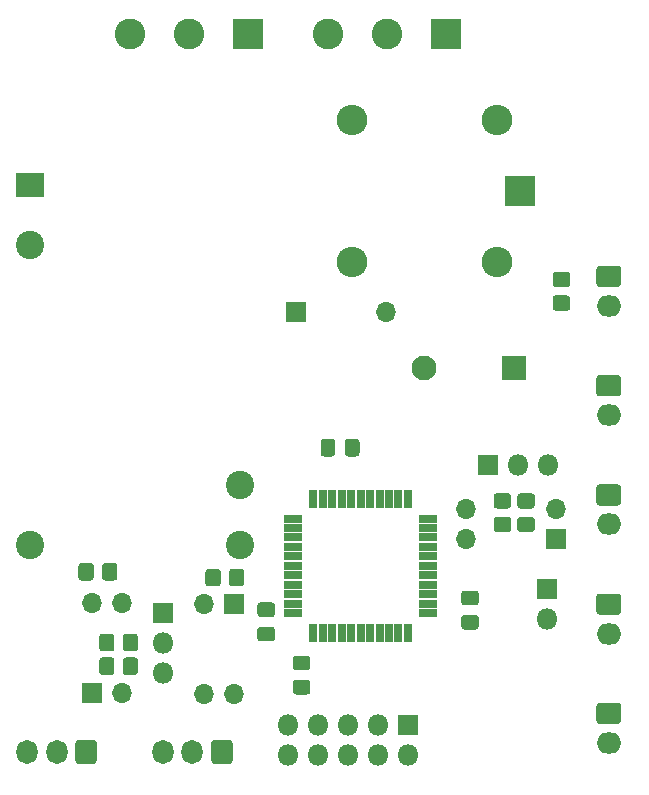
<source format=gbs>
G04 #@! TF.GenerationSoftware,KiCad,Pcbnew,(5.1.6)-1*
G04 #@! TF.CreationDate,2021-05-04T19:23:38+03:00*
G04 #@! TF.ProjectId,APC,4150432e-6b69-4636-9164-5f7063625858,rev?*
G04 #@! TF.SameCoordinates,Original*
G04 #@! TF.FileFunction,Soldermask,Bot*
G04 #@! TF.FilePolarity,Negative*
%FSLAX46Y46*%
G04 Gerber Fmt 4.6, Leading zero omitted, Abs format (unit mm)*
G04 Created by KiCad (PCBNEW (5.1.6)-1) date 2021-05-04 19:23:38*
%MOMM*%
%LPD*%
G01*
G04 APERTURE LIST*
%ADD10O,1.700000X1.700000*%
%ADD11R,1.700000X1.700000*%
%ADD12O,1.800000X1.800000*%
%ADD13R,1.800000X1.800000*%
%ADD14O,2.100000X1.800000*%
%ADD15C,2.400000*%
%ADD16R,2.400000X2.100000*%
%ADD17R,1.600000X0.650000*%
%ADD18R,0.650000X1.600000*%
%ADD19O,2.600000X2.600000*%
%ADD20R,2.600000X2.600000*%
%ADD21C,2.600000*%
%ADD22O,1.800000X2.050000*%
%ADD23C,2.100000*%
%ADD24R,2.100000X2.100000*%
G04 APERTURE END LIST*
D10*
X109500000Y-92870000D03*
X106960000Y-85250000D03*
X106960000Y-92870000D03*
D11*
X109500000Y-85250000D03*
D12*
X114090000Y-98040000D03*
X114090000Y-95500000D03*
X116630000Y-98040000D03*
X116630000Y-95500000D03*
X119170000Y-98040000D03*
X119170000Y-95500000D03*
X121710000Y-98040000D03*
X121710000Y-95500000D03*
X124250000Y-98040000D03*
D13*
X124250000Y-95500000D03*
G36*
G01*
X115728262Y-90850000D02*
X114771738Y-90850000D01*
G75*
G02*
X114500000Y-90578262I0J271738D01*
G01*
X114500000Y-89871738D01*
G75*
G02*
X114771738Y-89600000I271738J0D01*
G01*
X115728262Y-89600000D01*
G75*
G02*
X116000000Y-89871738I0J-271738D01*
G01*
X116000000Y-90578262D01*
G75*
G02*
X115728262Y-90850000I-271738J0D01*
G01*
G37*
G36*
G01*
X115728262Y-92900000D02*
X114771738Y-92900000D01*
G75*
G02*
X114500000Y-92628262I0J271738D01*
G01*
X114500000Y-91921738D01*
G75*
G02*
X114771738Y-91650000I271738J0D01*
G01*
X115728262Y-91650000D01*
G75*
G02*
X116000000Y-91921738I0J-271738D01*
G01*
X116000000Y-92628262D01*
G75*
G02*
X115728262Y-92900000I-271738J0D01*
G01*
G37*
G36*
G01*
X112728262Y-86350000D02*
X111771738Y-86350000D01*
G75*
G02*
X111500000Y-86078262I0J271738D01*
G01*
X111500000Y-85371738D01*
G75*
G02*
X111771738Y-85100000I271738J0D01*
G01*
X112728262Y-85100000D01*
G75*
G02*
X113000000Y-85371738I0J-271738D01*
G01*
X113000000Y-86078262D01*
G75*
G02*
X112728262Y-86350000I-271738J0D01*
G01*
G37*
G36*
G01*
X112728262Y-88400000D02*
X111771738Y-88400000D01*
G75*
G02*
X111500000Y-88128262I0J271738D01*
G01*
X111500000Y-87421738D01*
G75*
G02*
X111771738Y-87150000I271738J0D01*
G01*
X112728262Y-87150000D01*
G75*
G02*
X113000000Y-87421738I0J-271738D01*
G01*
X113000000Y-88128262D01*
G75*
G02*
X112728262Y-88400000I-271738J0D01*
G01*
G37*
G36*
G01*
X129978262Y-85350000D02*
X129021738Y-85350000D01*
G75*
G02*
X128750000Y-85078262I0J271738D01*
G01*
X128750000Y-84371738D01*
G75*
G02*
X129021738Y-84100000I271738J0D01*
G01*
X129978262Y-84100000D01*
G75*
G02*
X130250000Y-84371738I0J-271738D01*
G01*
X130250000Y-85078262D01*
G75*
G02*
X129978262Y-85350000I-271738J0D01*
G01*
G37*
G36*
G01*
X129978262Y-87400000D02*
X129021738Y-87400000D01*
G75*
G02*
X128750000Y-87128262I0J271738D01*
G01*
X128750000Y-86421738D01*
G75*
G02*
X129021738Y-86150000I271738J0D01*
G01*
X129978262Y-86150000D01*
G75*
G02*
X130250000Y-86421738I0J-271738D01*
G01*
X130250000Y-87128262D01*
G75*
G02*
X129978262Y-87400000I-271738J0D01*
G01*
G37*
G36*
G01*
X118900000Y-72478262D02*
X118900000Y-71521738D01*
G75*
G02*
X119171738Y-71250000I271738J0D01*
G01*
X119878262Y-71250000D01*
G75*
G02*
X120150000Y-71521738I0J-271738D01*
G01*
X120150000Y-72478262D01*
G75*
G02*
X119878262Y-72750000I-271738J0D01*
G01*
X119171738Y-72750000D01*
G75*
G02*
X118900000Y-72478262I0J271738D01*
G01*
G37*
G36*
G01*
X116850000Y-72478262D02*
X116850000Y-71521738D01*
G75*
G02*
X117121738Y-71250000I271738J0D01*
G01*
X117828262Y-71250000D01*
G75*
G02*
X118100000Y-71521738I0J-271738D01*
G01*
X118100000Y-72478262D01*
G75*
G02*
X117828262Y-72750000I-271738J0D01*
G01*
X117121738Y-72750000D01*
G75*
G02*
X116850000Y-72478262I0J271738D01*
G01*
G37*
D10*
X122370000Y-60500000D03*
D11*
X114750000Y-60500000D03*
D12*
X136000000Y-86540000D03*
D13*
X136000000Y-84000000D03*
D14*
X141250000Y-78500000D03*
G36*
G01*
X140464706Y-75100000D02*
X142035294Y-75100000D01*
G75*
G02*
X142300000Y-75364706I0J-264706D01*
G01*
X142300000Y-76635294D01*
G75*
G02*
X142035294Y-76900000I-264706J0D01*
G01*
X140464706Y-76900000D01*
G75*
G02*
X140200000Y-76635294I0J264706D01*
G01*
X140200000Y-75364706D01*
G75*
G02*
X140464706Y-75100000I264706J0D01*
G01*
G37*
D15*
X110000000Y-75170000D03*
X110000000Y-80250000D03*
X92220000Y-54850000D03*
D16*
X92220000Y-49770000D03*
D15*
X92220000Y-80250000D03*
D10*
X129130000Y-79750000D03*
X136750000Y-77210000D03*
X129130000Y-77210000D03*
D11*
X136750000Y-79750000D03*
D10*
X97500000Y-85130000D03*
X100040000Y-92750000D03*
X100040000Y-85130000D03*
D11*
X97500000Y-92750000D03*
D17*
X114550000Y-78000000D03*
X114550000Y-78800000D03*
X114550000Y-79600000D03*
X114550000Y-80400000D03*
X114550000Y-81200000D03*
X114550000Y-82000000D03*
X114550000Y-82800000D03*
X114550000Y-83600000D03*
X114550000Y-84400000D03*
X114550000Y-85200000D03*
X114550000Y-86000000D03*
D18*
X116250000Y-87700000D03*
X117050000Y-87700000D03*
X117850000Y-87700000D03*
X118650000Y-87700000D03*
X119450000Y-87700000D03*
X120250000Y-87700000D03*
X121050000Y-87700000D03*
X121850000Y-87700000D03*
X122650000Y-87700000D03*
X123450000Y-87700000D03*
X124250000Y-87700000D03*
D17*
X125950000Y-86000000D03*
X125950000Y-85200000D03*
X125950000Y-84400000D03*
X125950000Y-83600000D03*
X125950000Y-82800000D03*
X125950000Y-82000000D03*
X125950000Y-81200000D03*
X125950000Y-80400000D03*
X125950000Y-79600000D03*
X125950000Y-78800000D03*
X125950000Y-78000000D03*
D18*
X124250000Y-76300000D03*
X123450000Y-76300000D03*
X122650000Y-76300000D03*
X121850000Y-76300000D03*
X121050000Y-76300000D03*
X120250000Y-76300000D03*
X119450000Y-76300000D03*
X118650000Y-76300000D03*
X117850000Y-76300000D03*
X117050000Y-76300000D03*
X116250000Y-76300000D03*
G36*
G01*
X131770832Y-77850000D02*
X132729168Y-77850000D01*
G75*
G02*
X133000000Y-78120832I0J-270832D01*
G01*
X133000000Y-78879168D01*
G75*
G02*
X132729168Y-79150000I-270832J0D01*
G01*
X131770832Y-79150000D01*
G75*
G02*
X131500000Y-78879168I0J270832D01*
G01*
X131500000Y-78120832D01*
G75*
G02*
X131770832Y-77850000I270832J0D01*
G01*
G37*
G36*
G01*
X131770832Y-75850000D02*
X132729168Y-75850000D01*
G75*
G02*
X133000000Y-76120832I0J-270832D01*
G01*
X133000000Y-76879168D01*
G75*
G02*
X132729168Y-77150000I-270832J0D01*
G01*
X131770832Y-77150000D01*
G75*
G02*
X131500000Y-76879168I0J270832D01*
G01*
X131500000Y-76120832D01*
G75*
G02*
X131770832Y-75850000I270832J0D01*
G01*
G37*
G36*
G01*
X133770832Y-77850000D02*
X134729168Y-77850000D01*
G75*
G02*
X135000000Y-78120832I0J-270832D01*
G01*
X135000000Y-78879168D01*
G75*
G02*
X134729168Y-79150000I-270832J0D01*
G01*
X133770832Y-79150000D01*
G75*
G02*
X133500000Y-78879168I0J270832D01*
G01*
X133500000Y-78120832D01*
G75*
G02*
X133770832Y-77850000I270832J0D01*
G01*
G37*
G36*
G01*
X133770832Y-75850000D02*
X134729168Y-75850000D01*
G75*
G02*
X135000000Y-76120832I0J-270832D01*
G01*
X135000000Y-76879168D01*
G75*
G02*
X134729168Y-77150000I-270832J0D01*
G01*
X133770832Y-77150000D01*
G75*
G02*
X133500000Y-76879168I0J270832D01*
G01*
X133500000Y-76120832D01*
G75*
G02*
X133770832Y-75850000I270832J0D01*
G01*
G37*
G36*
G01*
X99400000Y-88020832D02*
X99400000Y-88979168D01*
G75*
G02*
X99129168Y-89250000I-270832J0D01*
G01*
X98370832Y-89250000D01*
G75*
G02*
X98100000Y-88979168I0J270832D01*
G01*
X98100000Y-88020832D01*
G75*
G02*
X98370832Y-87750000I270832J0D01*
G01*
X99129168Y-87750000D01*
G75*
G02*
X99400000Y-88020832I0J-270832D01*
G01*
G37*
G36*
G01*
X101400000Y-88020832D02*
X101400000Y-88979168D01*
G75*
G02*
X101129168Y-89250000I-270832J0D01*
G01*
X100370832Y-89250000D01*
G75*
G02*
X100100000Y-88979168I0J270832D01*
G01*
X100100000Y-88020832D01*
G75*
G02*
X100370832Y-87750000I270832J0D01*
G01*
X101129168Y-87750000D01*
G75*
G02*
X101400000Y-88020832I0J-270832D01*
G01*
G37*
G36*
G01*
X99400000Y-90020832D02*
X99400000Y-90979168D01*
G75*
G02*
X99129168Y-91250000I-270832J0D01*
G01*
X98370832Y-91250000D01*
G75*
G02*
X98100000Y-90979168I0J270832D01*
G01*
X98100000Y-90020832D01*
G75*
G02*
X98370832Y-89750000I270832J0D01*
G01*
X99129168Y-89750000D01*
G75*
G02*
X99400000Y-90020832I0J-270832D01*
G01*
G37*
G36*
G01*
X101400000Y-90020832D02*
X101400000Y-90979168D01*
G75*
G02*
X101129168Y-91250000I-270832J0D01*
G01*
X100370832Y-91250000D01*
G75*
G02*
X100100000Y-90979168I0J270832D01*
G01*
X100100000Y-90020832D01*
G75*
G02*
X100370832Y-89750000I270832J0D01*
G01*
X101129168Y-89750000D01*
G75*
G02*
X101400000Y-90020832I0J-270832D01*
G01*
G37*
G36*
G01*
X109100000Y-83479168D02*
X109100000Y-82520832D01*
G75*
G02*
X109370832Y-82250000I270832J0D01*
G01*
X110129168Y-82250000D01*
G75*
G02*
X110400000Y-82520832I0J-270832D01*
G01*
X110400000Y-83479168D01*
G75*
G02*
X110129168Y-83750000I-270832J0D01*
G01*
X109370832Y-83750000D01*
G75*
G02*
X109100000Y-83479168I0J270832D01*
G01*
G37*
G36*
G01*
X107100000Y-83479168D02*
X107100000Y-82520832D01*
G75*
G02*
X107370832Y-82250000I270832J0D01*
G01*
X108129168Y-82250000D01*
G75*
G02*
X108400000Y-82520832I0J-270832D01*
G01*
X108400000Y-83479168D01*
G75*
G02*
X108129168Y-83750000I-270832J0D01*
G01*
X107370832Y-83750000D01*
G75*
G02*
X107100000Y-83479168I0J270832D01*
G01*
G37*
G36*
G01*
X98350000Y-82979168D02*
X98350000Y-82020832D01*
G75*
G02*
X98620832Y-81750000I270832J0D01*
G01*
X99379168Y-81750000D01*
G75*
G02*
X99650000Y-82020832I0J-270832D01*
G01*
X99650000Y-82979168D01*
G75*
G02*
X99379168Y-83250000I-270832J0D01*
G01*
X98620832Y-83250000D01*
G75*
G02*
X98350000Y-82979168I0J270832D01*
G01*
G37*
G36*
G01*
X96350000Y-82979168D02*
X96350000Y-82020832D01*
G75*
G02*
X96620832Y-81750000I270832J0D01*
G01*
X97379168Y-81750000D01*
G75*
G02*
X97650000Y-82020832I0J-270832D01*
G01*
X97650000Y-82979168D01*
G75*
G02*
X97379168Y-83250000I-270832J0D01*
G01*
X96620832Y-83250000D01*
G75*
G02*
X96350000Y-82979168I0J270832D01*
G01*
G37*
G36*
G01*
X136770832Y-59100000D02*
X137729168Y-59100000D01*
G75*
G02*
X138000000Y-59370832I0J-270832D01*
G01*
X138000000Y-60129168D01*
G75*
G02*
X137729168Y-60400000I-270832J0D01*
G01*
X136770832Y-60400000D01*
G75*
G02*
X136500000Y-60129168I0J270832D01*
G01*
X136500000Y-59370832D01*
G75*
G02*
X136770832Y-59100000I270832J0D01*
G01*
G37*
G36*
G01*
X136770832Y-57100000D02*
X137729168Y-57100000D01*
G75*
G02*
X138000000Y-57370832I0J-270832D01*
G01*
X138000000Y-58129168D01*
G75*
G02*
X137729168Y-58400000I-270832J0D01*
G01*
X136770832Y-58400000D01*
G75*
G02*
X136500000Y-58129168I0J270832D01*
G01*
X136500000Y-57370832D01*
G75*
G02*
X136770832Y-57100000I270832J0D01*
G01*
G37*
D19*
X131750000Y-56250000D03*
X119550000Y-56250000D03*
X119550000Y-44250000D03*
X131750000Y-44250000D03*
D20*
X133750000Y-50250000D03*
D21*
X117500000Y-37000000D03*
X122500000Y-37000000D03*
D20*
X127500000Y-37000000D03*
D14*
X141250000Y-69250000D03*
G36*
G01*
X140464706Y-65850000D02*
X142035294Y-65850000D01*
G75*
G02*
X142300000Y-66114706I0J-264706D01*
G01*
X142300000Y-67385294D01*
G75*
G02*
X142035294Y-67650000I-264706J0D01*
G01*
X140464706Y-67650000D01*
G75*
G02*
X140200000Y-67385294I0J264706D01*
G01*
X140200000Y-66114706D01*
G75*
G02*
X140464706Y-65850000I264706J0D01*
G01*
G37*
D12*
X136080000Y-73500000D03*
X133540000Y-73500000D03*
D13*
X131000000Y-73500000D03*
D22*
X92000000Y-97750000D03*
X94500000Y-97750000D03*
G36*
G01*
X97900000Y-96989706D02*
X97900000Y-98510294D01*
G75*
G02*
X97635294Y-98775000I-264706J0D01*
G01*
X96364706Y-98775000D01*
G75*
G02*
X96100000Y-98510294I0J264706D01*
G01*
X96100000Y-96989706D01*
G75*
G02*
X96364706Y-96725000I264706J0D01*
G01*
X97635294Y-96725000D01*
G75*
G02*
X97900000Y-96989706I0J-264706D01*
G01*
G37*
D12*
X103500000Y-91080000D03*
X103500000Y-88540000D03*
D13*
X103500000Y-86000000D03*
D22*
X103500000Y-97750000D03*
X106000000Y-97750000D03*
G36*
G01*
X109400000Y-96989706D02*
X109400000Y-98510294D01*
G75*
G02*
X109135294Y-98775000I-264706J0D01*
G01*
X107864706Y-98775000D01*
G75*
G02*
X107600000Y-98510294I0J264706D01*
G01*
X107600000Y-96989706D01*
G75*
G02*
X107864706Y-96725000I264706J0D01*
G01*
X109135294Y-96725000D01*
G75*
G02*
X109400000Y-96989706I0J-264706D01*
G01*
G37*
D21*
X100750000Y-37000000D03*
X105750000Y-37000000D03*
D20*
X110750000Y-37000000D03*
D14*
X141250000Y-97000000D03*
G36*
G01*
X140464706Y-93600000D02*
X142035294Y-93600000D01*
G75*
G02*
X142300000Y-93864706I0J-264706D01*
G01*
X142300000Y-95135294D01*
G75*
G02*
X142035294Y-95400000I-264706J0D01*
G01*
X140464706Y-95400000D01*
G75*
G02*
X140200000Y-95135294I0J264706D01*
G01*
X140200000Y-93864706D01*
G75*
G02*
X140464706Y-93600000I264706J0D01*
G01*
G37*
X141250000Y-87750000D03*
G36*
G01*
X140464706Y-84350000D02*
X142035294Y-84350000D01*
G75*
G02*
X142300000Y-84614706I0J-264706D01*
G01*
X142300000Y-85885294D01*
G75*
G02*
X142035294Y-86150000I-264706J0D01*
G01*
X140464706Y-86150000D01*
G75*
G02*
X140200000Y-85885294I0J264706D01*
G01*
X140200000Y-84614706D01*
G75*
G02*
X140464706Y-84350000I264706J0D01*
G01*
G37*
X141250000Y-60000000D03*
G36*
G01*
X140464706Y-56600000D02*
X142035294Y-56600000D01*
G75*
G02*
X142300000Y-56864706I0J-264706D01*
G01*
X142300000Y-58135294D01*
G75*
G02*
X142035294Y-58400000I-264706J0D01*
G01*
X140464706Y-58400000D01*
G75*
G02*
X140200000Y-58135294I0J264706D01*
G01*
X140200000Y-56864706D01*
G75*
G02*
X140464706Y-56600000I264706J0D01*
G01*
G37*
D23*
X125650000Y-65250000D03*
D24*
X133250000Y-65250000D03*
M02*

</source>
